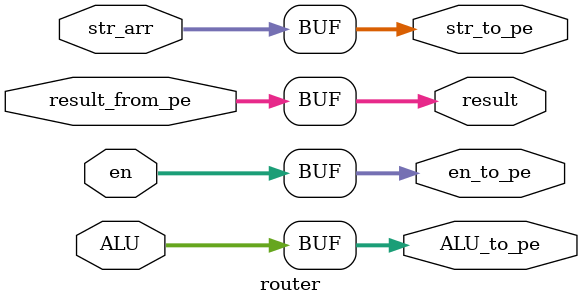
<source format=v>
`timescale 1ns / 1ps

module router #(parameter DWIDTH = 8, num = 16) (
        input [num*DWIDTH-1:0] str_arr,
        input [num-1:0] ALU,
        input [num-1:0] en,
        input [num-1:0] result_from_pe,
        output [num-1:0] result,
        output [num-1:0] ALU_to_pe,
        output [num-1:0] en_to_pe,
        output [num*DWIDTH-1:0] str_to_pe
    );
    
    assign ALU_to_pe = ALU;
    assign en_to_pe = en;
    assign str_to_pe = str_arr;
    assign result = result_from_pe;
    
endmodule

</source>
